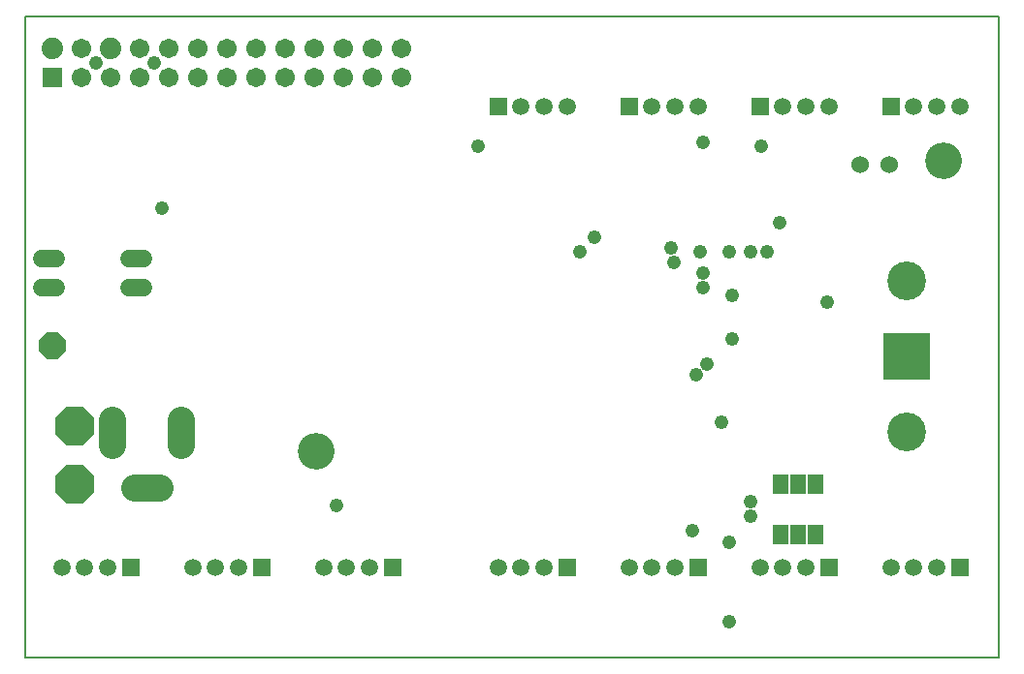
<source format=gbs>
G75*
G70*
%OFA0B0*%
%FSLAX24Y24*%
%IPPOS*%
%LPD*%
%AMOC8*
5,1,8,0,0,1.08239X$1,22.5*
%
%ADD10C,0.0050*%
%ADD11R,0.0674X0.0674*%
%ADD12C,0.0740*%
%ADD13C,0.0674*%
%ADD14C,0.0000*%
%ADD15C,0.1261*%
%ADD16C,0.0600*%
%ADD17R,0.1640X0.1640*%
%ADD18C,0.1330*%
%ADD19C,0.0940*%
%ADD20C,0.0600*%
%ADD21R,0.0595X0.0595*%
%ADD22C,0.0595*%
%ADD23OC8,0.0930*%
%ADD24OC8,0.1330*%
%ADD25R,0.0540X0.0710*%
%ADD26C,0.0476*%
%ADD27C,0.0480*%
D10*
X000157Y000401D02*
X000157Y022448D01*
X033622Y022448D01*
X033622Y000401D01*
X000157Y000401D01*
D11*
X001102Y020371D03*
D12*
X001102Y021371D03*
X003102Y021371D03*
D13*
X004102Y021371D03*
X005102Y021371D03*
X006102Y021371D03*
X007102Y021371D03*
X008102Y021371D03*
X009102Y021371D03*
X010102Y021371D03*
X011102Y021371D03*
X012102Y021371D03*
X013102Y021371D03*
X013102Y020371D03*
X012102Y020371D03*
X011102Y020371D03*
X010102Y020371D03*
X009102Y020371D03*
X008102Y020371D03*
X007102Y020371D03*
X006102Y020371D03*
X005102Y020371D03*
X004102Y020371D03*
X003102Y020371D03*
X002102Y020371D03*
X002102Y021371D03*
D14*
X009573Y007496D02*
X009575Y007544D01*
X009581Y007592D01*
X009591Y007639D01*
X009604Y007685D01*
X009622Y007730D01*
X009642Y007774D01*
X009667Y007816D01*
X009695Y007855D01*
X009725Y007892D01*
X009759Y007926D01*
X009796Y007958D01*
X009834Y007987D01*
X009875Y008012D01*
X009918Y008034D01*
X009963Y008052D01*
X010009Y008066D01*
X010056Y008077D01*
X010104Y008084D01*
X010152Y008087D01*
X010200Y008086D01*
X010248Y008081D01*
X010296Y008072D01*
X010342Y008060D01*
X010387Y008043D01*
X010431Y008023D01*
X010473Y008000D01*
X010513Y007973D01*
X010551Y007943D01*
X010586Y007910D01*
X010618Y007874D01*
X010648Y007836D01*
X010674Y007795D01*
X010696Y007752D01*
X010716Y007708D01*
X010731Y007663D01*
X010743Y007616D01*
X010751Y007568D01*
X010755Y007520D01*
X010755Y007472D01*
X010751Y007424D01*
X010743Y007376D01*
X010731Y007329D01*
X010716Y007284D01*
X010696Y007240D01*
X010674Y007197D01*
X010648Y007156D01*
X010618Y007118D01*
X010586Y007082D01*
X010551Y007049D01*
X010513Y007019D01*
X010473Y006992D01*
X010431Y006969D01*
X010387Y006949D01*
X010342Y006932D01*
X010296Y006920D01*
X010248Y006911D01*
X010200Y006906D01*
X010152Y006905D01*
X010104Y006908D01*
X010056Y006915D01*
X010009Y006926D01*
X009963Y006940D01*
X009918Y006958D01*
X009875Y006980D01*
X009834Y007005D01*
X009796Y007034D01*
X009759Y007066D01*
X009725Y007100D01*
X009695Y007137D01*
X009667Y007176D01*
X009642Y007218D01*
X009622Y007262D01*
X009604Y007307D01*
X009591Y007353D01*
X009581Y007400D01*
X009575Y007448D01*
X009573Y007496D01*
X031136Y017496D02*
X031138Y017544D01*
X031144Y017592D01*
X031154Y017639D01*
X031167Y017685D01*
X031185Y017730D01*
X031205Y017774D01*
X031230Y017816D01*
X031258Y017855D01*
X031288Y017892D01*
X031322Y017926D01*
X031359Y017958D01*
X031397Y017987D01*
X031438Y018012D01*
X031481Y018034D01*
X031526Y018052D01*
X031572Y018066D01*
X031619Y018077D01*
X031667Y018084D01*
X031715Y018087D01*
X031763Y018086D01*
X031811Y018081D01*
X031859Y018072D01*
X031905Y018060D01*
X031950Y018043D01*
X031994Y018023D01*
X032036Y018000D01*
X032076Y017973D01*
X032114Y017943D01*
X032149Y017910D01*
X032181Y017874D01*
X032211Y017836D01*
X032237Y017795D01*
X032259Y017752D01*
X032279Y017708D01*
X032294Y017663D01*
X032306Y017616D01*
X032314Y017568D01*
X032318Y017520D01*
X032318Y017472D01*
X032314Y017424D01*
X032306Y017376D01*
X032294Y017329D01*
X032279Y017284D01*
X032259Y017240D01*
X032237Y017197D01*
X032211Y017156D01*
X032181Y017118D01*
X032149Y017082D01*
X032114Y017049D01*
X032076Y017019D01*
X032036Y016992D01*
X031994Y016969D01*
X031950Y016949D01*
X031905Y016932D01*
X031859Y016920D01*
X031811Y016911D01*
X031763Y016906D01*
X031715Y016905D01*
X031667Y016908D01*
X031619Y016915D01*
X031572Y016926D01*
X031526Y016940D01*
X031481Y016958D01*
X031438Y016980D01*
X031397Y017005D01*
X031359Y017034D01*
X031322Y017066D01*
X031288Y017100D01*
X031258Y017137D01*
X031230Y017176D01*
X031205Y017218D01*
X031185Y017262D01*
X031167Y017307D01*
X031154Y017353D01*
X031144Y017400D01*
X031138Y017448D01*
X031136Y017496D01*
D15*
X031727Y017496D03*
X010164Y007496D03*
D16*
X028852Y017371D03*
X029852Y017371D03*
D17*
X030477Y010746D03*
D18*
X030477Y008146D03*
X030477Y013346D03*
D19*
X005533Y008551D02*
X005533Y007691D01*
X004782Y006232D02*
X003922Y006232D01*
X003171Y007691D02*
X003171Y008551D01*
D20*
X003717Y013121D02*
X004237Y013121D01*
X004237Y014121D02*
X003717Y014121D01*
X001237Y014121D02*
X000717Y014121D01*
X000717Y013121D02*
X001237Y013121D01*
D21*
X003783Y003496D03*
X008283Y003496D03*
X012783Y003496D03*
X018783Y003496D03*
X023283Y003496D03*
X027783Y003496D03*
X032283Y003496D03*
X029921Y019371D03*
X025421Y019371D03*
X020921Y019371D03*
X016421Y019371D03*
D22*
X017208Y019371D03*
X017996Y019371D03*
X018783Y019371D03*
X021708Y019371D03*
X022496Y019371D03*
X023283Y019371D03*
X026208Y019371D03*
X026996Y019371D03*
X027783Y019371D03*
X030708Y019371D03*
X031496Y019371D03*
X032283Y019371D03*
X031496Y003496D03*
X030708Y003496D03*
X029921Y003496D03*
X026996Y003496D03*
X026208Y003496D03*
X025421Y003496D03*
X022496Y003496D03*
X021708Y003496D03*
X020921Y003496D03*
X017996Y003496D03*
X017208Y003496D03*
X016421Y003496D03*
X011996Y003496D03*
X011208Y003496D03*
X010421Y003496D03*
X007496Y003496D03*
X006708Y003496D03*
X005921Y003496D03*
X002996Y003496D03*
X002208Y003496D03*
X001421Y003496D03*
D23*
X001102Y011121D03*
D24*
X001852Y008371D03*
X001852Y006371D03*
D25*
X026127Y006371D03*
X026727Y006371D03*
X027327Y006371D03*
X027327Y004621D03*
X026727Y004621D03*
X026127Y004621D03*
D26*
X024352Y004371D03*
X023102Y004746D03*
X024352Y001621D03*
X023227Y010121D03*
X023602Y010496D03*
X023477Y013121D03*
X023477Y013621D03*
X023352Y014371D03*
X022477Y013996D03*
X019727Y014871D03*
X019227Y014371D03*
X015727Y017996D03*
X023477Y018121D03*
X025477Y017996D03*
X026102Y015371D03*
X010852Y005621D03*
X004852Y015871D03*
X004602Y020871D03*
X002602Y020871D03*
D27*
X022352Y014496D03*
X024352Y014371D03*
X025102Y014371D03*
X025664Y014371D03*
X024477Y012871D03*
X024477Y011371D03*
X027727Y012621D03*
X024102Y008496D03*
X025102Y005746D03*
X025102Y005246D03*
M02*

</source>
